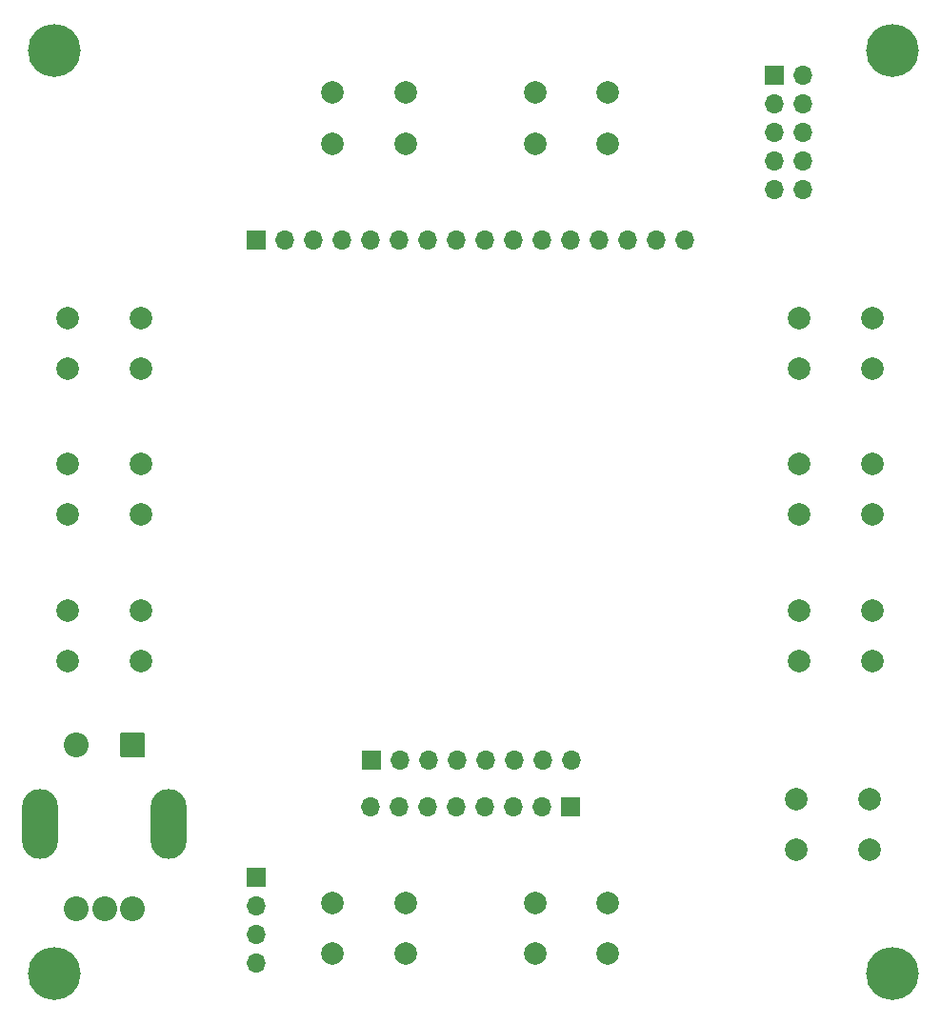
<source format=gbr>
G04 #@! TF.GenerationSoftware,KiCad,Pcbnew,8.0.4+1*
G04 #@! TF.CreationDate,2024-10-22T10:15:23+00:00*
G04 #@! TF.ProjectId,DriverDeskTft,44726976-6572-4446-9573-6b5466742e6b,0.0.1*
G04 #@! TF.SameCoordinates,Original*
G04 #@! TF.FileFunction,Soldermask,Bot*
G04 #@! TF.FilePolarity,Negative*
%FSLAX46Y46*%
G04 Gerber Fmt 4.6, Leading zero omitted, Abs format (unit mm)*
G04 Created by KiCad (PCBNEW 8.0.4+1) date 2024-10-22 10:15:23*
%MOMM*%
%LPD*%
G01*
G04 APERTURE LIST*
%ADD10C,4.700000*%
%ADD11R,1.700000X1.700000*%
%ADD12O,1.700000X1.700000*%
%ADD13C,2.000000*%
%ADD14C,2.204000*%
%ADD15O,3.204000X6.204000*%
G04 APERTURE END LIST*
D10*
X137500000Y-140000000D03*
X63000000Y-58000000D03*
D11*
X91220000Y-121100000D03*
D12*
X93760000Y-121100000D03*
X96300000Y-121100000D03*
X98840000Y-121100000D03*
X101380000Y-121100000D03*
X103920000Y-121100000D03*
X106460000Y-121100000D03*
X109000000Y-121100000D03*
D10*
X63000000Y-140000000D03*
D11*
X81000000Y-131460000D03*
D12*
X81000000Y-134000000D03*
X81000000Y-136540000D03*
X81000000Y-139080000D03*
D10*
X137500000Y-58000000D03*
D11*
X127000000Y-60170000D03*
D12*
X129540000Y-60170000D03*
X127000000Y-62710000D03*
X129540000Y-62710000D03*
X127000000Y-65250000D03*
X129540000Y-65250000D03*
X127000000Y-67790000D03*
X129540000Y-67790000D03*
X127000000Y-70330000D03*
X129540000Y-70330000D03*
D11*
X81000000Y-74800000D03*
D12*
X83540000Y-74800000D03*
X86080000Y-74800000D03*
X88620000Y-74800000D03*
X91160000Y-74800000D03*
X93700000Y-74800000D03*
X96240000Y-74800000D03*
X98780000Y-74800000D03*
X101320000Y-74800000D03*
X103860000Y-74800000D03*
X106400000Y-74800000D03*
X108940000Y-74800000D03*
X111480000Y-74800000D03*
X114020000Y-74800000D03*
X116560000Y-74800000D03*
X119100000Y-74800000D03*
D11*
X108950000Y-125200000D03*
D12*
X106410000Y-125200000D03*
X103870000Y-125200000D03*
X101330000Y-125200000D03*
X98790000Y-125200000D03*
X96250000Y-125200000D03*
X93710000Y-125200000D03*
X91170000Y-125200000D03*
D13*
X94250000Y-61750000D03*
X87750000Y-61750000D03*
X94250000Y-66250000D03*
X87750000Y-66250000D03*
X135500000Y-124500000D03*
X129000000Y-124500000D03*
X135500000Y-129000000D03*
X129000000Y-129000000D03*
X94250000Y-133750000D03*
X87750000Y-133750000D03*
X94250000Y-138250000D03*
X87750000Y-138250000D03*
X135750000Y-81750000D03*
X129250000Y-81750000D03*
X135750000Y-86250000D03*
X129250000Y-86250000D03*
X70750000Y-94750000D03*
X64250000Y-94750000D03*
X70750000Y-99250000D03*
X64250000Y-99250000D03*
D14*
X70000000Y-134250000D03*
X65000000Y-134250000D03*
X67500000Y-134250000D03*
D15*
X73200000Y-126750000D03*
X61800000Y-126750000D03*
G36*
G01*
X71102000Y-118750000D02*
X71102000Y-120750000D01*
G75*
G02*
X71000000Y-120852000I-102000J0D01*
G01*
X69000000Y-120852000D01*
G75*
G02*
X68898000Y-120750000I0J102000D01*
G01*
X68898000Y-118750000D01*
G75*
G02*
X69000000Y-118648000I102000J0D01*
G01*
X71000000Y-118648000D01*
G75*
G02*
X71102000Y-118750000I0J-102000D01*
G01*
G37*
D14*
X65000000Y-119750000D03*
D13*
X112250000Y-133750000D03*
X105750000Y-133750000D03*
X112250000Y-138250000D03*
X105750000Y-138250000D03*
X135750000Y-94750000D03*
X129250000Y-94750000D03*
X135750000Y-99250000D03*
X129250000Y-99250000D03*
X70750000Y-81750000D03*
X64250000Y-81750000D03*
X70750000Y-86250000D03*
X64250000Y-86250000D03*
X70750000Y-107750000D03*
X64250000Y-107750000D03*
X70750000Y-112250000D03*
X64250000Y-112250000D03*
X135750000Y-107750000D03*
X129250000Y-107750000D03*
X135750000Y-112250000D03*
X129250000Y-112250000D03*
X112250000Y-61750000D03*
X105750000Y-61750000D03*
X112250000Y-66250000D03*
X105750000Y-66250000D03*
M02*

</source>
